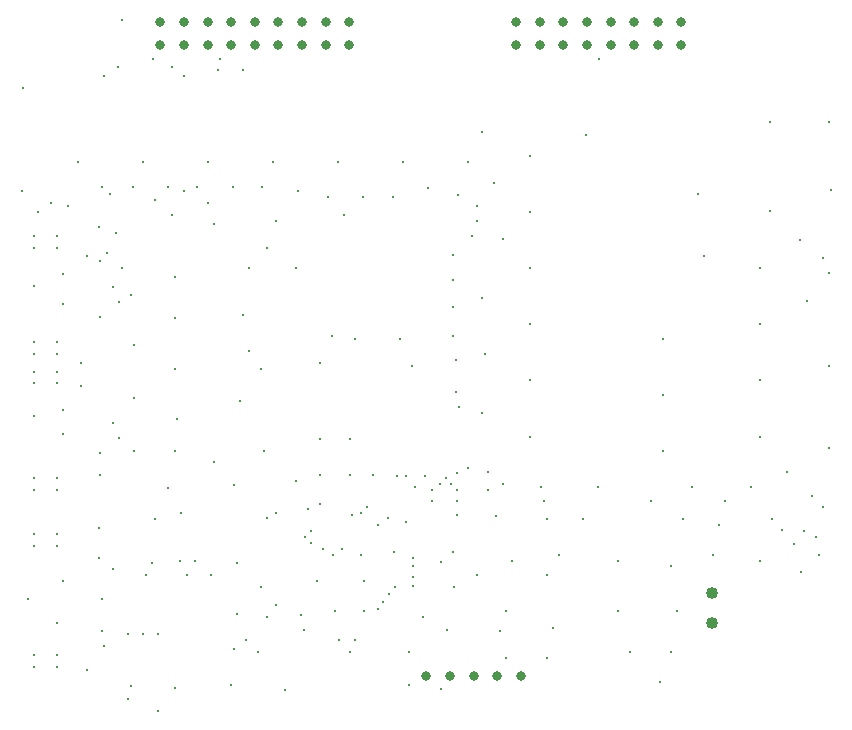
<source format=gbr>
G04 EdaTools v1.0. *
G04 EdaTools CAM processor. Gerber generator. *
G04 BEGIN HEADER *
%TF.FileFunction,Plated,1,2,PTH,Drill*%
%TF.FilePolarity,Positive*%
%MOMM*%
%FSLAX35Y35*%
%OFA0B0*%
%IPPOS*%
G04 END HEADER *
G04 BEGIN APERTURES *
%ADD85C,0.8*%
%ADD86C,1.016*%
%ADD87C,0.25*%
G04 END APERTURES *
G04 BEGIN IMAGE *
D85*
X03525000Y00850000D03*
X03725000D03*
X03925000D03*
X04125000D03*
X04325000D03*
D86*
X05944000Y01552000D03*
Y01298000D03*
D85*
X01273000Y06187500D03*
Y06387500D03*
X01473000Y06187500D03*
Y06387500D03*
X01673000Y06187500D03*
Y06387500D03*
X01873000Y06187500D03*
Y06387500D03*
X02073000Y06187500D03*
Y06387500D03*
X02273000Y06187500D03*
Y06387500D03*
X02473000Y06187500D03*
Y06387500D03*
X02673000Y06187500D03*
Y06387500D03*
X02873000D03*
Y06187500D03*
X04285500D03*
Y06387500D03*
X04485500Y06187500D03*
Y06387500D03*
X04685500Y06187500D03*
Y06387500D03*
X04885500Y06187500D03*
Y06387500D03*
X05085500Y06187500D03*
Y06387500D03*
X05285500Y06187500D03*
Y06387500D03*
X05485500Y06187500D03*
Y06387500D03*
X05685500Y06187500D03*
Y06387500D03*
D87*
X00200000Y04575000D03*
X00400000D03*
Y04475000D03*
X00200000D03*
Y03675000D03*
Y03575000D03*
X00400000D03*
Y03675000D03*
X00200000Y03425000D03*
X00400000D03*
Y03325000D03*
X00200000D03*
Y02525000D03*
X00400000D03*
Y02425000D03*
X00200000D03*
Y02050000D03*
X00400000D03*
Y01950000D03*
X00200000D03*
Y01025000D03*
Y00925000D03*
X00400000D03*
Y01025000D03*
X01725000Y02662500D03*
X03375000Y00775000D03*
X04400000Y03825000D03*
Y03350000D03*
X04150000Y01225000D03*
X04600000Y01250000D03*
X05150000Y01400000D03*
X05250000Y01050000D03*
X05500000Y00800000D03*
X05600000Y01050000D03*
X05650000Y01400000D03*
X02025000Y03600000D03*
X01400000Y02750000D03*
X01725000Y04675000D03*
X02825000Y04750000D03*
X02025000Y04300000D03*
X01950000Y03175000D03*
X01400000Y03450000D03*
Y03875000D03*
Y04225000D03*
X00350000Y04850000D03*
X00950000Y04300000D03*
X01025000Y04075000D03*
X00450000Y04250000D03*
X00650000Y04400000D03*
X00450000Y03100000D03*
X00600000Y03300000D03*
X00450000Y02900000D03*
Y04000000D03*
X00600000Y03500000D03*
X01050000Y02750000D03*
Y03200000D03*
Y03650000D03*
X01400000Y00750000D03*
X01875000Y00775000D03*
X01900000Y01075000D03*
X01250000Y01200000D03*
X01000000D03*
X01900000Y02462500D03*
X02625000Y03500000D03*
X02175000Y04475000D03*
X02725000Y03725000D03*
X02250000Y04700000D03*
X01412500Y03025000D03*
X00750000Y04650000D03*
X04000000Y05450000D03*
X04550000Y01700000D03*
X02125000Y03450000D03*
X01125000Y01200000D03*
X01025000Y00762500D03*
X02925000Y01150000D03*
X06575000Y02575000D03*
X06275000Y02450000D03*
X05775000D03*
X05425000Y02325000D03*
X04975000Y02450000D03*
X04500000D03*
X04550000Y02175000D03*
X04850000D03*
X04112500Y02200000D03*
X04250000Y01825000D03*
X04650000Y01875000D03*
X05150000Y01825000D03*
X05600000Y01775000D03*
X05950000Y01875000D03*
X06350000Y01825000D03*
X06700000Y01725000D03*
X06850000Y01875000D03*
X06450000Y02175000D03*
X06000000Y02125000D03*
X05700000Y02175000D03*
X06350000Y02875000D03*
Y03350000D03*
Y03825000D03*
Y04300000D03*
X06937500Y05537500D03*
X06437500D03*
Y04787500D03*
X06937500Y04262500D03*
X06750000Y04025000D03*
X06937500Y03475000D03*
Y02775000D03*
X04550000Y01000000D03*
X04200000D03*
Y01400000D03*
X03500000Y01350000D03*
X03350000Y02150000D03*
X03250000Y01900000D03*
X02975000Y01875000D03*
X03000000Y01650000D03*
X02175000Y01350000D03*
X02125000Y01600000D03*
X01925000Y01800000D03*
X01700000Y01700000D03*
X01925000Y01375000D03*
X01150000Y01700000D03*
X01200000Y01800000D03*
X00800000Y01100000D03*
X00650000Y00900000D03*
X01000000Y00650000D03*
X01250000Y00550000D03*
X02325000Y00725000D03*
X03300000Y03700000D03*
X03400000Y03475000D03*
X02925000Y03700000D03*
X02425000Y04300000D03*
X01975000Y03900000D03*
X03750000Y04412500D03*
X04100000Y05025000D03*
X02150000Y02750000D03*
X02625000Y02850000D03*
X02425000Y02500000D03*
X02875000Y02550000D03*
Y02850000D03*
X03075000Y02550000D03*
X03425000Y02450000D03*
X03575000Y02325000D03*
X03787500Y02212500D03*
X03750000Y01900000D03*
X03700000Y01237500D03*
X03650000Y00737500D03*
X01500000Y01700000D03*
X01337500Y02437500D03*
X00750000Y02100000D03*
X04050000Y02575000D03*
X04000000Y03075000D03*
X04025000Y03575000D03*
X04000000Y04050000D03*
X03750000Y03975000D03*
X03775000Y03525000D03*
X03800000Y03125000D03*
X03875000Y05200000D03*
X04400000Y05250000D03*
Y04775000D03*
Y04300000D03*
X04175000Y04550000D03*
X04400000Y02875000D03*
X04050000Y02425000D03*
X02737500Y01875000D03*
X03950000Y01700000D03*
X06887500Y04387500D03*
X06687500Y04537500D03*
X06950000Y04962500D03*
X03650000Y01812500D03*
X03762500Y01600000D03*
X04525000Y02325000D03*
X06050000D03*
X02975000Y02225000D03*
X03000000Y01400000D03*
X02750000D03*
X02462500Y01362500D03*
X02625000Y02550000D03*
X02175000Y02187500D03*
X00450000Y01650000D03*
X00400000Y01300000D03*
X00150000Y01500000D03*
X00200000Y03050000D03*
Y04150000D03*
X00100000Y04950000D03*
X00850000Y04925000D03*
X00575000Y05200000D03*
X01125000D03*
X01675000D03*
X02225000D03*
X02775000D03*
X03325000D03*
X01675000Y04850000D03*
X01475000Y04950000D03*
X01375000Y04750000D03*
X01225000Y04875000D03*
X00900000Y04600000D03*
X02600000Y01650000D03*
X03787500Y02562500D03*
X03575000Y02425000D03*
X03787500Y02325000D03*
Y02425000D03*
X03375000Y01050000D03*
X00762500Y02737500D03*
Y03887500D03*
X00825000Y04425000D03*
X00762500Y02550000D03*
X03875000Y02612500D03*
X03912500Y04575000D03*
X00762500Y04362500D03*
X03275000Y02537500D03*
X03950000Y04825000D03*
X03350000Y02537500D03*
X03950000Y04700000D03*
X03687500Y02525000D03*
X03775000Y03250000D03*
X03637500Y02475000D03*
X03750000Y03725000D03*
X00775000Y01225000D03*
X00750000Y01850000D03*
X00775000Y01500000D03*
X00875000Y01750000D03*
X01437500Y01825000D03*
X02487500Y01237500D03*
X02875000Y01050000D03*
X02100000D03*
X01562500Y01825000D03*
X02250000Y01450000D03*
X02787500Y01150000D03*
X02000000D03*
X03512500Y02537500D03*
X03750000Y04200000D03*
X03737500Y02475000D03*
X04175000D03*
X00950000Y06400000D03*
X00112500Y05825000D03*
X00912500Y06000000D03*
X01375000D03*
X00800000Y05925000D03*
X01475000D03*
X01212500Y06075000D03*
X01775000D03*
X01762500Y05975000D03*
X01975000D03*
X03412500Y01612500D03*
X01337500Y04987500D03*
X03412500Y01687500D03*
X01587500Y04987500D03*
X03212500Y01537500D03*
X00775000Y04987500D03*
X03262500Y01600000D03*
X01037500Y04987500D03*
X03112500Y01412500D03*
X00237500Y04775000D03*
X03162500Y01475000D03*
X00487500Y04825000D03*
X05525000Y02750000D03*
X04987500Y06075000D03*
X05525000Y03225000D03*
X02550000Y02075000D03*
X06537500Y02087500D03*
X02812500Y01925000D03*
X06637500Y01962500D03*
X03412500Y01775000D03*
X01887500Y04987500D03*
X03412500Y01850000D03*
X02137500Y04987500D03*
X00925000Y04012500D03*
Y02862500D03*
X01450000Y02225000D03*
X00875000Y04137500D03*
Y02987500D03*
X01225000Y02175000D03*
X05525000Y03700000D03*
X03200000Y02187500D03*
X02690500Y04900000D03*
X03112500Y02125000D03*
X02436500Y04950000D03*
X02500000Y02025000D03*
X06725000Y02075000D03*
X06787500Y02375000D03*
X02625000Y02300000D03*
X03240500Y04900000D03*
X02525000Y02262500D03*
X02900000Y02212500D03*
X02986500Y04900000D03*
X04875000Y05425000D03*
X05875000Y04400000D03*
X06887500Y02275000D03*
X03025000D03*
X02550000Y01975000D03*
X06825000Y02025000D03*
X03790500Y04923000D03*
X02650000Y01925000D03*
X02250000Y02225000D03*
X03536500Y04975000D03*
X05825000Y04925000D03*
G04 END IMAGE *
M02*

</source>
